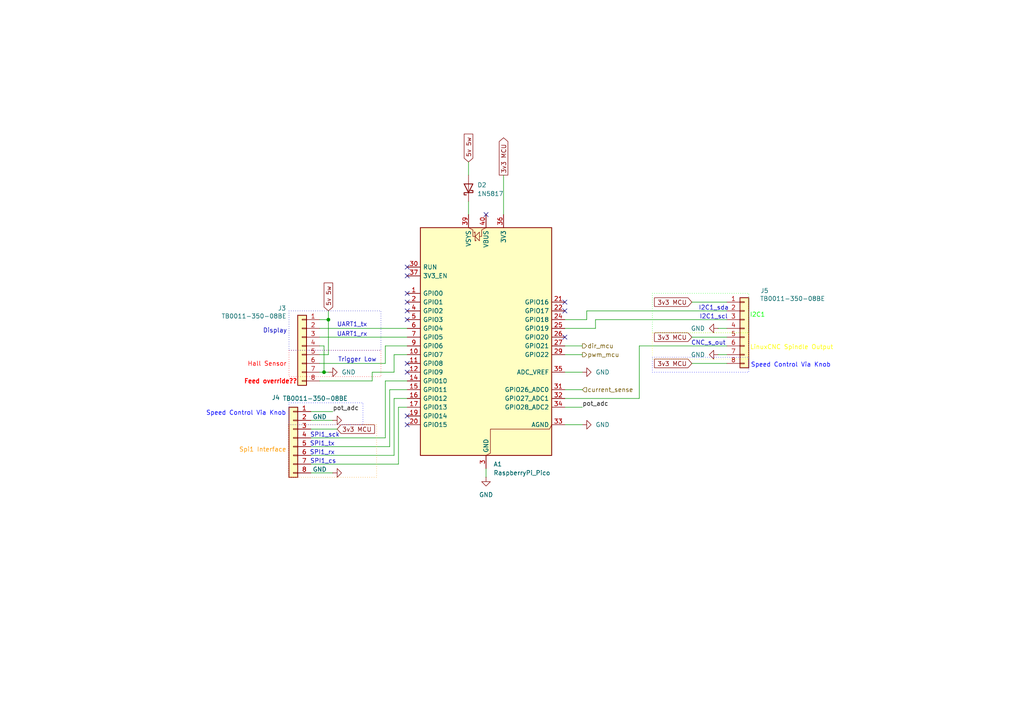
<source format=kicad_sch>
(kicad_sch
	(version 20250114)
	(generator "eeschema")
	(generator_version "9.0")
	(uuid "89d57df0-0fc1-4c0f-91ff-d7b2ad62daf8")
	(paper "A4")
	(lib_symbols
		(symbol "Connector_Generic:Conn_01x08"
			(pin_names
				(offset 1.016)
				(hide yes)
			)
			(exclude_from_sim no)
			(in_bom yes)
			(on_board yes)
			(property "Reference" "J"
				(at 0 10.16 0)
				(effects
					(font
						(size 1.27 1.27)
					)
				)
			)
			(property "Value" "Conn_01x08"
				(at 0 -12.7 0)
				(effects
					(font
						(size 1.27 1.27)
					)
				)
			)
			(property "Footprint" ""
				(at 0 0 0)
				(effects
					(font
						(size 1.27 1.27)
					)
					(hide yes)
				)
			)
			(property "Datasheet" "~"
				(at 0 0 0)
				(effects
					(font
						(size 1.27 1.27)
					)
					(hide yes)
				)
			)
			(property "Description" "Generic connector, single row, 01x08, script generated (kicad-library-utils/schlib/autogen/connector/)"
				(at 0 0 0)
				(effects
					(font
						(size 1.27 1.27)
					)
					(hide yes)
				)
			)
			(property "ki_keywords" "connector"
				(at 0 0 0)
				(effects
					(font
						(size 1.27 1.27)
					)
					(hide yes)
				)
			)
			(property "ki_fp_filters" "Connector*:*_1x??_*"
				(at 0 0 0)
				(effects
					(font
						(size 1.27 1.27)
					)
					(hide yes)
				)
			)
			(symbol "Conn_01x08_1_1"
				(rectangle
					(start -1.27 8.89)
					(end 1.27 -11.43)
					(stroke
						(width 0.254)
						(type default)
					)
					(fill
						(type background)
					)
				)
				(rectangle
					(start -1.27 7.747)
					(end 0 7.493)
					(stroke
						(width 0.1524)
						(type default)
					)
					(fill
						(type none)
					)
				)
				(rectangle
					(start -1.27 5.207)
					(end 0 4.953)
					(stroke
						(width 0.1524)
						(type default)
					)
					(fill
						(type none)
					)
				)
				(rectangle
					(start -1.27 2.667)
					(end 0 2.413)
					(stroke
						(width 0.1524)
						(type default)
					)
					(fill
						(type none)
					)
				)
				(rectangle
					(start -1.27 0.127)
					(end 0 -0.127)
					(stroke
						(width 0.1524)
						(type default)
					)
					(fill
						(type none)
					)
				)
				(rectangle
					(start -1.27 -2.413)
					(end 0 -2.667)
					(stroke
						(width 0.1524)
						(type default)
					)
					(fill
						(type none)
					)
				)
				(rectangle
					(start -1.27 -4.953)
					(end 0 -5.207)
					(stroke
						(width 0.1524)
						(type default)
					)
					(fill
						(type none)
					)
				)
				(rectangle
					(start -1.27 -7.493)
					(end 0 -7.747)
					(stroke
						(width 0.1524)
						(type default)
					)
					(fill
						(type none)
					)
				)
				(rectangle
					(start -1.27 -10.033)
					(end 0 -10.287)
					(stroke
						(width 0.1524)
						(type default)
					)
					(fill
						(type none)
					)
				)
				(pin passive line
					(at -5.08 7.62 0)
					(length 3.81)
					(name "Pin_1"
						(effects
							(font
								(size 1.27 1.27)
							)
						)
					)
					(number "1"
						(effects
							(font
								(size 1.27 1.27)
							)
						)
					)
				)
				(pin passive line
					(at -5.08 5.08 0)
					(length 3.81)
					(name "Pin_2"
						(effects
							(font
								(size 1.27 1.27)
							)
						)
					)
					(number "2"
						(effects
							(font
								(size 1.27 1.27)
							)
						)
					)
				)
				(pin passive line
					(at -5.08 2.54 0)
					(length 3.81)
					(name "Pin_3"
						(effects
							(font
								(size 1.27 1.27)
							)
						)
					)
					(number "3"
						(effects
							(font
								(size 1.27 1.27)
							)
						)
					)
				)
				(pin passive line
					(at -5.08 0 0)
					(length 3.81)
					(name "Pin_4"
						(effects
							(font
								(size 1.27 1.27)
							)
						)
					)
					(number "4"
						(effects
							(font
								(size 1.27 1.27)
							)
						)
					)
				)
				(pin passive line
					(at -5.08 -2.54 0)
					(length 3.81)
					(name "Pin_5"
						(effects
							(font
								(size 1.27 1.27)
							)
						)
					)
					(number "5"
						(effects
							(font
								(size 1.27 1.27)
							)
						)
					)
				)
				(pin passive line
					(at -5.08 -5.08 0)
					(length 3.81)
					(name "Pin_6"
						(effects
							(font
								(size 1.27 1.27)
							)
						)
					)
					(number "6"
						(effects
							(font
								(size 1.27 1.27)
							)
						)
					)
				)
				(pin passive line
					(at -5.08 -7.62 0)
					(length 3.81)
					(name "Pin_7"
						(effects
							(font
								(size 1.27 1.27)
							)
						)
					)
					(number "7"
						(effects
							(font
								(size 1.27 1.27)
							)
						)
					)
				)
				(pin passive line
					(at -5.08 -10.16 0)
					(length 3.81)
					(name "Pin_8"
						(effects
							(font
								(size 1.27 1.27)
							)
						)
					)
					(number "8"
						(effects
							(font
								(size 1.27 1.27)
							)
						)
					)
				)
			)
			(embedded_fonts no)
		)
		(symbol "Diode:1N5817"
			(pin_numbers
				(hide yes)
			)
			(pin_names
				(offset 1.016)
				(hide yes)
			)
			(exclude_from_sim no)
			(in_bom yes)
			(on_board yes)
			(property "Reference" "D"
				(at 0 2.54 0)
				(effects
					(font
						(size 1.27 1.27)
					)
				)
			)
			(property "Value" "1N5817"
				(at 0 -2.54 0)
				(effects
					(font
						(size 1.27 1.27)
					)
				)
			)
			(property "Footprint" "Diode_THT:D_DO-41_SOD81_P10.16mm_Horizontal"
				(at 0 -4.445 0)
				(effects
					(font
						(size 1.27 1.27)
					)
					(hide yes)
				)
			)
			(property "Datasheet" "http://www.vishay.com/docs/88525/1n5817.pdf"
				(at 0 0 0)
				(effects
					(font
						(size 1.27 1.27)
					)
					(hide yes)
				)
			)
			(property "Description" "20V 1A Schottky Barrier Rectifier Diode, DO-41"
				(at 0 0 0)
				(effects
					(font
						(size 1.27 1.27)
					)
					(hide yes)
				)
			)
			(property "ki_keywords" "diode Schottky"
				(at 0 0 0)
				(effects
					(font
						(size 1.27 1.27)
					)
					(hide yes)
				)
			)
			(property "ki_fp_filters" "D*DO?41*"
				(at 0 0 0)
				(effects
					(font
						(size 1.27 1.27)
					)
					(hide yes)
				)
			)
			(symbol "1N5817_0_1"
				(polyline
					(pts
						(xy -1.905 0.635) (xy -1.905 1.27) (xy -1.27 1.27) (xy -1.27 -1.27) (xy -0.635 -1.27) (xy -0.635 -0.635)
					)
					(stroke
						(width 0.254)
						(type default)
					)
					(fill
						(type none)
					)
				)
				(polyline
					(pts
						(xy 1.27 1.27) (xy 1.27 -1.27) (xy -1.27 0) (xy 1.27 1.27)
					)
					(stroke
						(width 0.254)
						(type default)
					)
					(fill
						(type none)
					)
				)
				(polyline
					(pts
						(xy 1.27 0) (xy -1.27 0)
					)
					(stroke
						(width 0)
						(type default)
					)
					(fill
						(type none)
					)
				)
			)
			(symbol "1N5817_1_1"
				(pin passive line
					(at -3.81 0 0)
					(length 2.54)
					(name "K"
						(effects
							(font
								(size 1.27 1.27)
							)
						)
					)
					(number "1"
						(effects
							(font
								(size 1.27 1.27)
							)
						)
					)
				)
				(pin passive line
					(at 3.81 0 180)
					(length 2.54)
					(name "A"
						(effects
							(font
								(size 1.27 1.27)
							)
						)
					)
					(number "2"
						(effects
							(font
								(size 1.27 1.27)
							)
						)
					)
				)
			)
			(embedded_fonts no)
		)
		(symbol "MCU_Module:RaspberryPi_Pico"
			(pin_names
				(offset 0.762)
			)
			(exclude_from_sim no)
			(in_bom yes)
			(on_board yes)
			(property "Reference" "A"
				(at -19.05 35.56 0)
				(effects
					(font
						(size 1.27 1.27)
					)
					(justify left)
				)
			)
			(property "Value" "RaspberryPi_Pico"
				(at 7.62 35.56 0)
				(effects
					(font
						(size 1.27 1.27)
					)
					(justify left)
				)
			)
			(property "Footprint" "Module:RaspberryPi_Pico_Common_Unspecified"
				(at 0 -46.99 0)
				(effects
					(font
						(size 1.27 1.27)
					)
					(hide yes)
				)
			)
			(property "Datasheet" "https://datasheets.raspberrypi.com/pico/pico-datasheet.pdf"
				(at 0 -49.53 0)
				(effects
					(font
						(size 1.27 1.27)
					)
					(hide yes)
				)
			)
			(property "Description" "Versatile and inexpensive microcontroller module powered by RP2040 dual-core Arm Cortex-M0+ processor up to 133 MHz, 264kB SRAM, 2MB QSPI flash; also supports Raspberry Pi Pico 2"
				(at 0 -52.07 0)
				(effects
					(font
						(size 1.27 1.27)
					)
					(hide yes)
				)
			)
			(property "ki_keywords" "RP2350A M33 RISC-V Hazard3 usb"
				(at 0 0 0)
				(effects
					(font
						(size 1.27 1.27)
					)
					(hide yes)
				)
			)
			(property "ki_fp_filters" "RaspberryPi?Pico?Common* RaspberryPi?Pico?SMD*"
				(at 0 0 0)
				(effects
					(font
						(size 1.27 1.27)
					)
					(hide yes)
				)
			)
			(symbol "RaspberryPi_Pico_0_1"
				(rectangle
					(start -19.05 34.29)
					(end 19.05 -31.75)
					(stroke
						(width 0.254)
						(type default)
					)
					(fill
						(type background)
					)
				)
				(polyline
					(pts
						(xy -5.08 34.29) (xy -3.81 33.655) (xy -3.81 31.75) (xy -3.175 31.75)
					)
					(stroke
						(width 0)
						(type default)
					)
					(fill
						(type none)
					)
				)
				(polyline
					(pts
						(xy -3.429 32.766) (xy -3.429 33.02) (xy -3.175 33.02) (xy -3.175 30.48) (xy -2.921 30.48) (xy -2.921 30.734)
					)
					(stroke
						(width 0)
						(type default)
					)
					(fill
						(type none)
					)
				)
				(polyline
					(pts
						(xy -3.175 31.75) (xy -1.905 33.02) (xy -1.905 30.48) (xy -3.175 31.75)
					)
					(stroke
						(width 0)
						(type default)
					)
					(fill
						(type none)
					)
				)
				(polyline
					(pts
						(xy 0 34.29) (xy -1.27 33.655) (xy -1.27 31.75) (xy -1.905 31.75)
					)
					(stroke
						(width 0)
						(type default)
					)
					(fill
						(type none)
					)
				)
				(polyline
					(pts
						(xy 0 -31.75) (xy 1.27 -31.115) (xy 1.27 -24.13) (xy 18.415 -24.13) (xy 19.05 -22.86)
					)
					(stroke
						(width 0)
						(type default)
					)
					(fill
						(type none)
					)
				)
			)
			(symbol "RaspberryPi_Pico_1_1"
				(pin passive line
					(at -22.86 22.86 0)
					(length 3.81)
					(name "RUN"
						(effects
							(font
								(size 1.27 1.27)
							)
						)
					)
					(number "30"
						(effects
							(font
								(size 1.27 1.27)
							)
						)
					)
					(alternate "~{RESET}" passive line)
				)
				(pin passive line
					(at -22.86 20.32 0)
					(length 3.81)
					(name "3V3_EN"
						(effects
							(font
								(size 1.27 1.27)
							)
						)
					)
					(number "37"
						(effects
							(font
								(size 1.27 1.27)
							)
						)
					)
					(alternate "~{3V3_DISABLE}" passive line)
				)
				(pin bidirectional line
					(at -22.86 15.24 0)
					(length 3.81)
					(name "GPIO0"
						(effects
							(font
								(size 1.27 1.27)
							)
						)
					)
					(number "1"
						(effects
							(font
								(size 1.27 1.27)
							)
						)
					)
					(alternate "I2C0_SDA" bidirectional line)
					(alternate "PWM0_A" output line)
					(alternate "SPI0_RX" input line)
					(alternate "UART0_TX" output line)
					(alternate "USB_OVCUR_DET" input line)
				)
				(pin bidirectional line
					(at -22.86 12.7 0)
					(length 3.81)
					(name "GPIO1"
						(effects
							(font
								(size 1.27 1.27)
							)
						)
					)
					(number "2"
						(effects
							(font
								(size 1.27 1.27)
							)
						)
					)
					(alternate "I2C0_SCL" bidirectional clock)
					(alternate "PWM0_B" bidirectional line)
					(alternate "UART0_RX" input line)
					(alternate "USB_VBUS_DET" passive line)
					(alternate "~{SPI0_CSn}" bidirectional line)
				)
				(pin bidirectional line
					(at -22.86 10.16 0)
					(length 3.81)
					(name "GPIO2"
						(effects
							(font
								(size 1.27 1.27)
							)
						)
					)
					(number "4"
						(effects
							(font
								(size 1.27 1.27)
							)
						)
					)
					(alternate "I2C1_SDA" bidirectional line)
					(alternate "PWM1_A" output line)
					(alternate "SPI0_SCK" bidirectional clock)
					(alternate "UART0_CTS" input line)
					(alternate "USB_VBUS_EN" output line)
				)
				(pin bidirectional line
					(at -22.86 7.62 0)
					(length 3.81)
					(name "GPIO3"
						(effects
							(font
								(size 1.27 1.27)
							)
						)
					)
					(number "5"
						(effects
							(font
								(size 1.27 1.27)
							)
						)
					)
					(alternate "I2C1_SCL" bidirectional clock)
					(alternate "PWM1_B" bidirectional line)
					(alternate "SPI0_TX" output line)
					(alternate "UART0_RTS" output line)
					(alternate "USB_OVCUR_DET" input line)
				)
				(pin bidirectional line
					(at -22.86 5.08 0)
					(length 3.81)
					(name "GPIO4"
						(effects
							(font
								(size 1.27 1.27)
							)
						)
					)
					(number "6"
						(effects
							(font
								(size 1.27 1.27)
							)
						)
					)
					(alternate "I2C0_SDA" bidirectional line)
					(alternate "PWM2_A" output line)
					(alternate "SPI0_RX" input line)
					(alternate "UART1_TX" output line)
					(alternate "USB_VBUS_DET" input line)
				)
				(pin bidirectional line
					(at -22.86 2.54 0)
					(length 3.81)
					(name "GPIO5"
						(effects
							(font
								(size 1.27 1.27)
							)
						)
					)
					(number "7"
						(effects
							(font
								(size 1.27 1.27)
							)
						)
					)
					(alternate "I2C0_SCL" bidirectional clock)
					(alternate "PWM2_B" bidirectional line)
					(alternate "UART1_RX" input line)
					(alternate "USB_VBUS_EN" output line)
					(alternate "~{SPI0_CSn}" bidirectional line)
				)
				(pin bidirectional line
					(at -22.86 0 0)
					(length 3.81)
					(name "GPIO6"
						(effects
							(font
								(size 1.27 1.27)
							)
						)
					)
					(number "9"
						(effects
							(font
								(size 1.27 1.27)
							)
						)
					)
					(alternate "I2C1_SDA" bidirectional line)
					(alternate "PWM3_A" output line)
					(alternate "SPI0_SCK" bidirectional clock)
					(alternate "UART1_CTS" input line)
					(alternate "USB_OVCUR_DET" input line)
				)
				(pin bidirectional line
					(at -22.86 -2.54 0)
					(length 3.81)
					(name "GPIO7"
						(effects
							(font
								(size 1.27 1.27)
							)
						)
					)
					(number "10"
						(effects
							(font
								(size 1.27 1.27)
							)
						)
					)
					(alternate "I2C1_SCL" bidirectional clock)
					(alternate "PWM3_B" bidirectional line)
					(alternate "SPI0_TX" output line)
					(alternate "UART1_RTS" output line)
					(alternate "USB_VBUS_DET" input line)
				)
				(pin bidirectional line
					(at -22.86 -5.08 0)
					(length 3.81)
					(name "GPIO8"
						(effects
							(font
								(size 1.27 1.27)
							)
						)
					)
					(number "11"
						(effects
							(font
								(size 1.27 1.27)
							)
						)
					)
					(alternate "I2C0_SDA" bidirectional line)
					(alternate "PWM4_A" output line)
					(alternate "SPI1_RX" input line)
					(alternate "UART1_TX" output line)
					(alternate "USB_VBUS_EN" output line)
				)
				(pin bidirectional line
					(at -22.86 -7.62 0)
					(length 3.81)
					(name "GPIO9"
						(effects
							(font
								(size 1.27 1.27)
							)
						)
					)
					(number "12"
						(effects
							(font
								(size 1.27 1.27)
							)
						)
					)
					(alternate "I2C0_SCL" bidirectional clock)
					(alternate "PWM4_B" bidirectional line)
					(alternate "UART1_RX" input line)
					(alternate "USB_OVCUR_DET" input line)
					(alternate "~{SPI1_CSn}" bidirectional line)
				)
				(pin bidirectional line
					(at -22.86 -10.16 0)
					(length 3.81)
					(name "GPIO10"
						(effects
							(font
								(size 1.27 1.27)
							)
						)
					)
					(number "14"
						(effects
							(font
								(size 1.27 1.27)
							)
						)
					)
					(alternate "I2C1_SDA" bidirectional line)
					(alternate "PWM5_A" output line)
					(alternate "SPI1_SCK" bidirectional clock)
					(alternate "UART1_CTS" input line)
					(alternate "USB_VBUS_DET" input line)
				)
				(pin bidirectional line
					(at -22.86 -12.7 0)
					(length 3.81)
					(name "GPIO11"
						(effects
							(font
								(size 1.27 1.27)
							)
						)
					)
					(number "15"
						(effects
							(font
								(size 1.27 1.27)
							)
						)
					)
					(alternate "I2C1_SCL" bidirectional clock)
					(alternate "PWM5_B" bidirectional line)
					(alternate "SPI1_TX" output line)
					(alternate "UART1_RTS" output line)
					(alternate "USB_VBUS_EN" output line)
				)
				(pin bidirectional line
					(at -22.86 -15.24 0)
					(length 3.81)
					(name "GPIO12"
						(effects
							(font
								(size 1.27 1.27)
							)
						)
					)
					(number "16"
						(effects
							(font
								(size 1.27 1.27)
							)
						)
					)
					(alternate "I2C0_SDA" bidirectional line)
					(alternate "PWM6_A" output line)
					(alternate "SPI1_RX" input line)
					(alternate "UART0_TX" output line)
					(alternate "USB_OVCUR_DET" input line)
				)
				(pin bidirectional line
					(at -22.86 -17.78 0)
					(length 3.81)
					(name "GPIO13"
						(effects
							(font
								(size 1.27 1.27)
							)
						)
					)
					(number "17"
						(effects
							(font
								(size 1.27 1.27)
							)
						)
					)
					(alternate "I2C0_SCL" bidirectional clock)
					(alternate "PWM6_B" bidirectional line)
					(alternate "UART0_RX" input line)
					(alternate "USB_VBUS_DET" input line)
					(alternate "~{SPI1_CSn}" bidirectional line)
				)
				(pin bidirectional line
					(at -22.86 -20.32 0)
					(length 3.81)
					(name "GPIO14"
						(effects
							(font
								(size 1.27 1.27)
							)
						)
					)
					(number "19"
						(effects
							(font
								(size 1.27 1.27)
							)
						)
					)
					(alternate "I2C1_SDA" bidirectional line)
					(alternate "PWM7_A" output line)
					(alternate "SPI1_SCK" bidirectional clock)
					(alternate "UART0_CTS" input line)
					(alternate "USB_VBUS_EN" output line)
				)
				(pin bidirectional line
					(at -22.86 -22.86 0)
					(length 3.81)
					(name "GPIO15"
						(effects
							(font
								(size 1.27 1.27)
							)
						)
					)
					(number "20"
						(effects
							(font
								(size 1.27 1.27)
							)
						)
					)
					(alternate "I2C1_SCL" bidirectional clock)
					(alternate "PWM7_B" bidirectional line)
					(alternate "SPI1_TX" output line)
					(alternate "UART0_RTS" output line)
					(alternate "USB_OVCUR_DET" input line)
				)
				(pin power_in line
					(at -5.08 38.1 270)
					(length 3.81)
					(name "VSYS"
						(effects
							(font
								(size 1.27 1.27)
							)
						)
					)
					(number "39"
						(effects
							(font
								(size 1.27 1.27)
							)
						)
					)
					(alternate "VSYS_OUT" power_out line)
				)
				(pin power_out line
					(at 0 38.1 270)
					(length 3.81)
					(name "VBUS"
						(effects
							(font
								(size 1.27 1.27)
							)
						)
					)
					(number "40"
						(effects
							(font
								(size 1.27 1.27)
							)
						)
					)
					(alternate "VBUS_IN" power_in line)
				)
				(pin passive line
					(at 0 -35.56 90)
					(length 3.81)
					(hide yes)
					(name "GND"
						(effects
							(font
								(size 1.27 1.27)
							)
						)
					)
					(number "13"
						(effects
							(font
								(size 1.27 1.27)
							)
						)
					)
				)
				(pin passive line
					(at 0 -35.56 90)
					(length 3.81)
					(hide yes)
					(name "GND"
						(effects
							(font
								(size 1.27 1.27)
							)
						)
					)
					(number "18"
						(effects
							(font
								(size 1.27 1.27)
							)
						)
					)
				)
				(pin passive line
					(at 0 -35.56 90)
					(length 3.81)
					(hide yes)
					(name "GND"
						(effects
							(font
								(size 1.27 1.27)
							)
						)
					)
					(number "23"
						(effects
							(font
								(size 1.27 1.27)
							)
						)
					)
				)
				(pin passive line
					(at 0 -35.56 90)
					(length 3.81)
					(hide yes)
					(name "GND"
						(effects
							(font
								(size 1.27 1.27)
							)
						)
					)
					(number "28"
						(effects
							(font
								(size 1.27 1.27)
							)
						)
					)
				)
				(pin power_out line
					(at 0 -35.56 90)
					(length 3.81)
					(name "GND"
						(effects
							(font
								(size 1.27 1.27)
							)
						)
					)
					(number "3"
						(effects
							(font
								(size 1.27 1.27)
							)
						)
					)
					(alternate "GND_IN" power_in line)
				)
				(pin passive line
					(at 0 -35.56 90)
					(length 3.81)
					(hide yes)
					(name "GND"
						(effects
							(font
								(size 1.27 1.27)
							)
						)
					)
					(number "38"
						(effects
							(font
								(size 1.27 1.27)
							)
						)
					)
				)
				(pin passive line
					(at 0 -35.56 90)
					(length 3.81)
					(hide yes)
					(name "GND"
						(effects
							(font
								(size 1.27 1.27)
							)
						)
					)
					(number "8"
						(effects
							(font
								(size 1.27 1.27)
							)
						)
					)
				)
				(pin power_out line
					(at 5.08 38.1 270)
					(length 3.81)
					(name "3V3"
						(effects
							(font
								(size 1.27 1.27)
							)
						)
					)
					(number "36"
						(effects
							(font
								(size 1.27 1.27)
							)
						)
					)
				)
				(pin bidirectional line
					(at 22.86 12.7 180)
					(length 3.81)
					(name "GPIO16"
						(effects
							(font
								(size 1.27 1.27)
							)
						)
					)
					(number "21"
						(effects
							(font
								(size 1.27 1.27)
							)
						)
					)
					(alternate "I2C0_SDA" bidirectional line)
					(alternate "PWM0_A" output line)
					(alternate "SPI0_RX" input line)
					(alternate "UART0_TX" output line)
					(alternate "USB_VBUS_DET" input line)
				)
				(pin bidirectional line
					(at 22.86 10.16 180)
					(length 3.81)
					(name "GPIO17"
						(effects
							(font
								(size 1.27 1.27)
							)
						)
					)
					(number "22"
						(effects
							(font
								(size 1.27 1.27)
							)
						)
					)
					(alternate "I2C0_SCL" bidirectional clock)
					(alternate "PWM0_B" bidirectional line)
					(alternate "UART0_RX" input line)
					(alternate "USB_VBUS_EN" output line)
					(alternate "~{SPI0_CSn}" bidirectional line)
				)
				(pin bidirectional line
					(at 22.86 7.62 180)
					(length 3.81)
					(name "GPIO18"
						(effects
							(font
								(size 1.27 1.27)
							)
						)
					)
					(number "24"
						(effects
							(font
								(size 1.27 1.27)
							)
						)
					)
					(alternate "I2C1_SDA" bidirectional line)
					(alternate "PWM1_A" output line)
					(alternate "SPI0_SCK" bidirectional clock)
					(alternate "UART0_CTS" input line)
					(alternate "USB_OVCUR_DET" input line)
				)
				(pin bidirectional line
					(at 22.86 5.08 180)
					(length 3.81)
					(name "GPIO19"
						(effects
							(font
								(size 1.27 1.27)
							)
						)
					)
					(number "25"
						(effects
							(font
								(size 1.27 1.27)
							)
						)
					)
					(alternate "I2C1_SCL" bidirectional clock)
					(alternate "PWM1_B" bidirectional line)
					(alternate "SPI0_TX" output line)
					(alternate "UART0_RTS" output line)
					(alternate "USB_VBUS_DET" input line)
				)
				(pin bidirectional line
					(at 22.86 2.54 180)
					(length 3.81)
					(name "GPIO20"
						(effects
							(font
								(size 1.27 1.27)
							)
						)
					)
					(number "26"
						(effects
							(font
								(size 1.27 1.27)
							)
						)
					)
					(alternate "CLOCK_GPIN0" input clock)
					(alternate "I2C0_SDA" bidirectional line)
					(alternate "PWM2_A" output line)
					(alternate "SPI0_RX" input line)
					(alternate "UART1_TX" output line)
					(alternate "USB_VBUS_EN" output line)
				)
				(pin bidirectional line
					(at 22.86 0 180)
					(length 3.81)
					(name "GPIO21"
						(effects
							(font
								(size 1.27 1.27)
							)
						)
					)
					(number "27"
						(effects
							(font
								(size 1.27 1.27)
							)
						)
					)
					(alternate "CLOCK_GPOUT0" output clock)
					(alternate "I2C0_SCL" bidirectional clock)
					(alternate "PWM2_B" bidirectional line)
					(alternate "UART1_RX" input line)
					(alternate "USB_OVCUR_DET" input line)
					(alternate "~{SPI0_CSn}" bidirectional line)
				)
				(pin bidirectional line
					(at 22.86 -2.54 180)
					(length 3.81)
					(name "GPIO22"
						(effects
							(font
								(size 1.27 1.27)
							)
						)
					)
					(number "29"
						(effects
							(font
								(size 1.27 1.27)
							)
						)
					)
					(alternate "CLOCK_GPIN1" input clock)
					(alternate "I2C1_SDA" bidirectional line)
					(alternate "PWM3_A" output line)
					(alternate "SPI0_SCK" bidirectional clock)
					(alternate "UART1_CTS" input line)
					(alternate "USB_VBUS_DET" input line)
				)
				(pin power_in line
					(at 22.86 -7.62 180)
					(length 3.81)
					(name "ADC_VREF"
						(effects
							(font
								(size 1.27 1.27)
							)
						)
					)
					(number "35"
						(effects
							(font
								(size 1.27 1.27)
							)
						)
					)
				)
				(pin bidirectional line
					(at 22.86 -12.7 180)
					(length 3.81)
					(name "GPIO26_ADC0"
						(effects
							(font
								(size 1.27 1.27)
							)
						)
					)
					(number "31"
						(effects
							(font
								(size 1.27 1.27)
							)
						)
					)
					(alternate "ADC0" input line)
					(alternate "GPIO26" bidirectional line)
					(alternate "I2C1_SDA" bidirectional line)
					(alternate "PWM5_A" output line)
					(alternate "SPI1_SCK" bidirectional clock)
					(alternate "UART1_CTS" input line)
					(alternate "USB_VBUS_EN" output line)
				)
				(pin bidirectional line
					(at 22.86 -15.24 180)
					(length 3.81)
					(name "GPIO27_ADC1"
						(effects
							(font
								(size 1.27 1.27)
							)
						)
					)
					(number "32"
						(effects
							(font
								(size 1.27 1.27)
							)
						)
					)
					(alternate "ADC1" input line)
					(alternate "GPIO27" bidirectional line)
					(alternate "I2C1_SCL" bidirectional clock)
					(alternate "PWM5_B" bidirectional line)
					(alternate "SPI1_TX" output line)
					(alternate "UART1_RTS" output line)
					(alternate "USB_OVCUR_DET" input line)
				)
				(pin bidirectional line
					(at 22.86 -17.78 180)
					(length 3.81)
					(name "GPIO28_ADC2"
						(effects
							(font
								(size 1.27 1.27)
							)
						)
					)
					(number "34"
						(effects
							(font
								(size 1.27 1.27)
							)
						)
					)
					(alternate "ADC2" input line)
					(alternate "GPIO28" bidirectional line)
					(alternate "I2C0_SDA" bidirectional line)
					(alternate "PWM6_A" output line)
					(alternate "SPI1_RX" input line)
					(alternate "UART0_TX" output line)
					(alternate "USB_VBUS_DET" input line)
				)
				(pin power_out line
					(at 22.86 -22.86 180)
					(length 3.81)
					(name "AGND"
						(effects
							(font
								(size 1.27 1.27)
							)
						)
					)
					(number "33"
						(effects
							(font
								(size 1.27 1.27)
							)
						)
					)
					(alternate "GND" passive line)
				)
			)
			(embedded_fonts no)
		)
		(symbol "power:GND"
			(power)
			(pin_numbers
				(hide yes)
			)
			(pin_names
				(offset 0)
				(hide yes)
			)
			(exclude_from_sim no)
			(in_bom yes)
			(on_board yes)
			(property "Reference" "#PWR"
				(at 0 -6.35 0)
				(effects
					(font
						(size 1.27 1.27)
					)
					(hide yes)
				)
			)
			(property "Value" "GND"
				(at 0 -3.81 0)
				(effects
					(font
						(size 1.27 1.27)
					)
				)
			)
			(property "Footprint" ""
				(at 0 0 0)
				(effects
					(font
						(size 1.27 1.27)
					)
					(hide yes)
				)
			)
			(property "Datasheet" ""
				(at 0 0 0)
				(effects
					(font
						(size 1.27 1.27)
					)
					(hide yes)
				)
			)
			(property "Description" "Power symbol creates a global label with name \"GND\" , ground"
				(at 0 0 0)
				(effects
					(font
						(size 1.27 1.27)
					)
					(hide yes)
				)
			)
			(property "ki_keywords" "global power"
				(at 0 0 0)
				(effects
					(font
						(size 1.27 1.27)
					)
					(hide yes)
				)
			)
			(symbol "GND_0_1"
				(polyline
					(pts
						(xy 0 0) (xy 0 -1.27) (xy 1.27 -1.27) (xy 0 -2.54) (xy -1.27 -1.27) (xy 0 -1.27)
					)
					(stroke
						(width 0)
						(type default)
					)
					(fill
						(type none)
					)
				)
			)
			(symbol "GND_1_1"
				(pin power_in line
					(at 0 0 270)
					(length 0)
					(name "~"
						(effects
							(font
								(size 1.27 1.27)
							)
						)
					)
					(number "1"
						(effects
							(font
								(size 1.27 1.27)
							)
						)
					)
				)
			)
			(embedded_fonts no)
		)
	)
	(rectangle
		(start 83.82 90.17)
		(end 110.49 101.6)
		(stroke
			(width 0)
			(type dot)
		)
		(fill
			(type none)
		)
		(uuid 0ff6dc55-29f8-4c33-99e2-16017ab2f250)
	)
	(rectangle
		(start 83.82 116.84)
		(end 105.273 123.19)
		(stroke
			(width 0)
			(type dot)
			(color 0 0 255 1)
		)
		(fill
			(type none)
		)
		(uuid 31527b8f-9c1e-4435-9703-d399c9643063)
	)
	(rectangle
		(start 189.23 85.09)
		(end 217.17 96.52)
		(stroke
			(width 0)
			(type dot)
			(color 0 255 0 1)
		)
		(fill
			(type none)
		)
		(uuid 34cd8bda-f036-4f4b-8dff-242f9485ea72)
	)
	(rectangle
		(start 189.23 103.632)
		(end 217.17 107.95)
		(stroke
			(width 0)
			(type dot)
			(color 0 0 255 1)
		)
		(fill
			(type none)
		)
		(uuid 9798028a-2d72-4ef2-842f-eccefa9d42fd)
	)
	(rectangle
		(start 83.82 101.6)
		(end 110.49 109.22)
		(stroke
			(width 0)
			(type dot)
			(color 255 0 0 1)
		)
		(fill
			(type none)
		)
		(uuid 98957953-5459-424e-804c-c00d7da08ff7)
	)
	(rectangle
		(start 83.566 123.19)
		(end 109.22 138.43)
		(stroke
			(width 0)
			(type dot)
			(color 255 153 0 1)
		)
		(fill
			(type none)
		)
		(uuid d4ee81da-be1c-4d00-837c-d8e5b6db8368)
	)
	(rectangle
		(start 189.23 96.52)
		(end 217.17 104.14)
		(stroke
			(width 0)
			(type dot)
			(color 255 255 0 1)
		)
		(fill
			(type none)
		)
		(uuid f456fa3a-868f-48fe-8456-5ef1d43bab45)
	)
	(text "Hall Sensor"
		(exclude_from_sim no)
		(at 77.47 105.664 0)
		(effects
			(font
				(size 1.27 1.27)
				(color 255 0 0 1)
			)
		)
		(uuid "0137f798-a770-452f-b07a-bab80eb988c2")
	)
	(text "UART1_tx"
		(exclude_from_sim no)
		(at 102.108 94.234 0)
		(effects
			(font
				(size 1.27 1.27)
			)
		)
		(uuid "051c0b60-fada-4138-b654-903d0050ede7")
	)
	(text "SPI1_rx"
		(exclude_from_sim no)
		(at 93.472 131.318 0)
		(effects
			(font
				(size 1.27 1.27)
			)
		)
		(uuid "3ec44305-b0b8-4832-bfd5-86b608dbba34")
	)
	(text "Speed Control Via Knob"
		(exclude_from_sim no)
		(at 229.362 105.918 0)
		(effects
			(font
				(size 1.27 1.27)
				(color 0 0 255 1)
			)
		)
		(uuid "573da2d6-975e-417c-8425-f65ba4ec66ea")
	)
	(text "UART1_rx"
		(exclude_from_sim no)
		(at 102.108 97.028 0)
		(effects
			(font
				(size 1.27 1.27)
			)
		)
		(uuid "58464518-3ee2-44fe-8eb0-633084057a22")
	)
	(text "Display"
		(exclude_from_sim no)
		(at 79.756 96.012 0)
		(effects
			(font
				(size 1.27 1.27)
			)
		)
		(uuid "6032e6f6-b0f7-4247-9d19-0cf5c4a0170a")
	)
	(text "CNC_s_out"
		(exclude_from_sim no)
		(at 205.486 99.568 0)
		(effects
			(font
				(size 1.27 1.27)
			)
		)
		(uuid "6999e706-19cf-431b-8874-e90444e51d82")
	)
	(text "SPI1_tx"
		(exclude_from_sim no)
		(at 93.472 128.778 0)
		(effects
			(font
				(size 1.27 1.27)
			)
		)
		(uuid "813b5632-6057-4ac9-a1b9-7df33e240899")
	)
	(text "Trigger Low"
		(exclude_from_sim no)
		(at 103.632 104.394 0)
		(effects
			(font
				(size 1.27 1.27)
			)
		)
		(uuid "92624743-26be-422f-ab04-a27f8ed2f0ae")
	)
	(text "SPI1_cs"
		(exclude_from_sim no)
		(at 93.726 133.858 0)
		(effects
			(font
				(size 1.27 1.27)
			)
		)
		(uuid "a1605da6-6363-49a3-9db6-98c3bcb157b1")
	)
	(text "Spi1 Interface"
		(exclude_from_sim no)
		(at 76.2 130.556 0)
		(effects
			(font
				(size 1.27 1.27)
				(color 255 153 0 1)
			)
		)
		(uuid "a843dc86-0c60-4313-9866-c685ca7ef4bf")
	)
	(text "Speed Control Via Knob"
		(exclude_from_sim no)
		(at 71.374 119.888 0)
		(effects
			(font
				(size 1.27 1.27)
				(color 0 0 255 1)
			)
		)
		(uuid "cb066559-7eec-424a-b9ef-14f268087b68")
	)
	(text "SPI1_sck"
		(exclude_from_sim no)
		(at 94.234 126.238 0)
		(effects
			(font
				(size 1.27 1.27)
			)
		)
		(uuid "cefa8eb8-0e02-4424-b353-934b6c11dc15")
	)
	(text "Feed override??"
		(exclude_from_sim no)
		(at 78.486 110.744 0)
		(effects
			(font
				(size 1.27 1.27)
				(thickness 0.254)
				(bold yes)
				(color 255 0 0 1)
			)
		)
		(uuid "db4e5e14-880f-48b2-a87c-a09cd7b2314b")
	)
	(text "LinuxCNC Spindle Output"
		(exclude_from_sim no)
		(at 229.616 100.838 0)
		(effects
			(font
				(size 1.27 1.27)
				(color 255 255 0 1)
			)
		)
		(uuid "e24237ee-68da-444d-97ef-2afb24caff6e")
	)
	(text "I2C1_scl"
		(exclude_from_sim no)
		(at 207.01 91.948 0)
		(effects
			(font
				(size 1.27 1.27)
			)
		)
		(uuid "e81f702e-6f58-45f7-a84a-60874d63d204")
	)
	(text "I2C1"
		(exclude_from_sim no)
		(at 219.71 91.44 0)
		(effects
			(font
				(size 1.27 1.27)
				(color 0 255 0 1)
			)
		)
		(uuid "f2c9b9b1-a711-444d-8ee7-e80e52e51cda")
	)
	(text "I2C1_sda"
		(exclude_from_sim no)
		(at 207.01 89.408 0)
		(effects
			(font
				(size 1.27 1.27)
			)
		)
		(uuid "fc91f4be-77b9-4026-81fa-c0249af86aa1")
	)
	(junction
		(at 95.25 92.71)
		(diameter 0)
		(color 0 0 0 0)
		(uuid "272190d1-1fa5-43b6-8b67-1604ae407af5")
	)
	(junction
		(at 93.98 107.95)
		(diameter 0)
		(color 0 0 0 0)
		(uuid "f20f935c-2394-42ad-b030-bfa75d83e858")
	)
	(no_connect
		(at 118.11 80.01)
		(uuid "10573d8c-34b1-4cd6-b8ea-3b639fc82022")
	)
	(no_connect
		(at 163.83 90.17)
		(uuid "41708556-f282-4a54-8539-d36c314079d9")
	)
	(no_connect
		(at 118.11 123.19)
		(uuid "52d46019-4e39-4741-a4f7-d94bd1df1e4f")
	)
	(no_connect
		(at 118.11 120.65)
		(uuid "58ec2823-70cd-4b58-91c7-b3a45b37ec11")
	)
	(no_connect
		(at 118.11 92.71)
		(uuid "5b8bc8f1-0ff8-4ef0-aea1-bb96f638bb64")
	)
	(no_connect
		(at 118.11 87.63)
		(uuid "639479c7-8b98-4f54-a43b-8eb8d21753d3")
	)
	(no_connect
		(at 118.11 107.95)
		(uuid "7599bd69-ee03-4642-b32e-2ce954047833")
	)
	(no_connect
		(at 118.11 90.17)
		(uuid "77786bf9-131c-473f-9944-a6d8499876e0")
	)
	(no_connect
		(at 118.11 77.47)
		(uuid "80e1acdf-7971-42f5-b40d-3f9ffebe8297")
	)
	(no_connect
		(at 118.11 105.41)
		(uuid "9ae4a927-ff42-48e7-8033-f36d70d639ec")
	)
	(no_connect
		(at 140.97 62.23)
		(uuid "b0b5ef1a-41a5-4222-96f7-2aae4cda2f31")
	)
	(no_connect
		(at 163.83 87.63)
		(uuid "e1f26030-d033-467a-94a0-369a06c8f8cc")
	)
	(no_connect
		(at 163.83 97.79)
		(uuid "efe46b6c-7c61-411c-948d-1da93b656344")
	)
	(no_connect
		(at 118.11 85.09)
		(uuid "fe52008a-aff6-4a00-95b4-8a1eade47ea5")
	)
	(wire
		(pts
			(xy 92.71 100.33) (xy 93.98 100.33)
		)
		(stroke
			(width 0)
			(type default)
		)
		(uuid "0917d72c-37a8-4604-a2a3-9a68111c586f")
	)
	(wire
		(pts
			(xy 135.89 58.42) (xy 135.89 62.23)
		)
		(stroke
			(width 0)
			(type default)
		)
		(uuid "0b593c6c-6f43-4dd1-965a-8fd658001667")
	)
	(wire
		(pts
			(xy 111.76 100.33) (xy 111.76 105.41)
		)
		(stroke
			(width 0)
			(type default)
		)
		(uuid "0c190aa5-0c46-4700-9087-19679c5513f7")
	)
	(wire
		(pts
			(xy 208.28 95.25) (xy 210.82 95.25)
		)
		(stroke
			(width 0)
			(type default)
		)
		(uuid "0f0f20a6-84b5-4e07-a32a-a03696f80714")
	)
	(wire
		(pts
			(xy 163.83 100.33) (xy 168.91 100.33)
		)
		(stroke
			(width 0)
			(type default)
		)
		(uuid "1527d85e-1b73-42a4-8c0d-5bb0de777f07")
	)
	(wire
		(pts
			(xy 92.71 97.79) (xy 118.11 97.79)
		)
		(stroke
			(width 0)
			(type default)
		)
		(uuid "18ce8f0b-2cb4-4ca2-8f98-2ddeddd449a9")
	)
	(wire
		(pts
			(xy 172.72 92.71) (xy 210.82 92.71)
		)
		(stroke
			(width 0)
			(type default)
		)
		(uuid "1b006b4a-511d-4d30-8e36-9b9632de3dc7")
	)
	(wire
		(pts
			(xy 200.66 87.63) (xy 210.82 87.63)
		)
		(stroke
			(width 0)
			(type default)
		)
		(uuid "27418b9c-1925-4323-9df4-ee4b423532f6")
	)
	(wire
		(pts
			(xy 95.25 92.71) (xy 95.25 102.87)
		)
		(stroke
			(width 0)
			(type default)
		)
		(uuid "285419cb-4860-49e1-817c-1c16f4bd04bf")
	)
	(wire
		(pts
			(xy 93.98 100.33) (xy 93.98 107.95)
		)
		(stroke
			(width 0)
			(type default)
		)
		(uuid "2954ad91-0460-4a5a-afdc-00e8e355f2f7")
	)
	(wire
		(pts
			(xy 170.18 92.71) (xy 170.18 90.17)
		)
		(stroke
			(width 0)
			(type default)
		)
		(uuid "2fb4787a-ce3d-4506-84a4-4af62a0b7add")
	)
	(wire
		(pts
			(xy 92.71 110.49) (xy 107.95 110.49)
		)
		(stroke
			(width 0)
			(type default)
		)
		(uuid "31fa567c-dce0-483f-b0b4-ba68a76a904f")
	)
	(wire
		(pts
			(xy 163.83 115.57) (xy 185.42 115.57)
		)
		(stroke
			(width 0)
			(type default)
		)
		(uuid "369cf783-9ae0-438d-b277-5e12d92c771e")
	)
	(wire
		(pts
			(xy 95.25 107.95) (xy 93.98 107.95)
		)
		(stroke
			(width 0)
			(type default)
		)
		(uuid "403d00fe-126f-4371-ba5d-2753c0c45f57")
	)
	(wire
		(pts
			(xy 90.17 119.38) (xy 96.52 119.38)
		)
		(stroke
			(width 0)
			(type default)
		)
		(uuid "42154db9-0c80-4583-ab0d-8daf2a322296")
	)
	(wire
		(pts
			(xy 90.17 137.16) (xy 96.52 137.16)
		)
		(stroke
			(width 0)
			(type default)
		)
		(uuid "422d5579-d335-43c0-b09b-a63be1062e64")
	)
	(wire
		(pts
			(xy 200.66 105.41) (xy 210.82 105.41)
		)
		(stroke
			(width 0)
			(type default)
		)
		(uuid "422ed4db-0d31-46b6-80a9-638d40ea0bd0")
	)
	(wire
		(pts
			(xy 111.76 127) (xy 111.76 110.49)
		)
		(stroke
			(width 0)
			(type default)
		)
		(uuid "443c6d1f-f2d0-4053-ba38-2f1186c9838b")
	)
	(wire
		(pts
			(xy 114.3 132.08) (xy 114.3 115.57)
		)
		(stroke
			(width 0)
			(type default)
		)
		(uuid "4db6e24a-9b72-4d31-84f2-ee51a53e28e5")
	)
	(wire
		(pts
			(xy 185.42 100.33) (xy 210.82 100.33)
		)
		(stroke
			(width 0)
			(type default)
		)
		(uuid "56990604-1e6f-4c39-bbad-462b71b108a0")
	)
	(wire
		(pts
			(xy 172.72 95.25) (xy 172.72 92.71)
		)
		(stroke
			(width 0)
			(type default)
		)
		(uuid "5a905e06-9fb6-46df-a88e-57f2fb06a83f")
	)
	(wire
		(pts
			(xy 95.25 90.17) (xy 95.25 92.71)
		)
		(stroke
			(width 0)
			(type default)
		)
		(uuid "5f1951d0-abba-4e63-87f7-cdb25dfe0871")
	)
	(wire
		(pts
			(xy 208.28 102.87) (xy 210.82 102.87)
		)
		(stroke
			(width 0)
			(type default)
		)
		(uuid "73c9cd12-938e-48ae-878a-643146494f51")
	)
	(wire
		(pts
			(xy 113.03 113.03) (xy 118.11 113.03)
		)
		(stroke
			(width 0)
			(type default)
		)
		(uuid "7447163f-fcf2-4f4a-9f42-535e2ae8e1aa")
	)
	(wire
		(pts
			(xy 163.83 107.95) (xy 168.91 107.95)
		)
		(stroke
			(width 0)
			(type default)
		)
		(uuid "77c51a2d-97cd-4c6e-9bcf-3de61e36ec6a")
	)
	(wire
		(pts
			(xy 114.3 115.57) (xy 118.11 115.57)
		)
		(stroke
			(width 0)
			(type default)
		)
		(uuid "78679828-899e-4268-8cea-f3cf2056c762")
	)
	(wire
		(pts
			(xy 135.89 46.99) (xy 135.89 50.8)
		)
		(stroke
			(width 0)
			(type default)
		)
		(uuid "8f89026a-1b0b-4fdb-b99b-c9759341907a")
	)
	(wire
		(pts
			(xy 163.83 95.25) (xy 172.72 95.25)
		)
		(stroke
			(width 0)
			(type default)
		)
		(uuid "9580a91c-336b-4ad4-bc02-9e7f754fb784")
	)
	(wire
		(pts
			(xy 90.17 132.08) (xy 114.3 132.08)
		)
		(stroke
			(width 0)
			(type default)
		)
		(uuid "95be40dd-797d-4200-9391-90e08e83544d")
	)
	(wire
		(pts
			(xy 107.95 110.49) (xy 107.95 107.95)
		)
		(stroke
			(width 0)
			(type default)
		)
		(uuid "96912f21-87d1-4070-a7e8-a09360d7d10b")
	)
	(wire
		(pts
			(xy 114.3 107.95) (xy 114.3 102.87)
		)
		(stroke
			(width 0)
			(type default)
		)
		(uuid "a151bb94-11cc-4c39-a7c1-ea9e2e604447")
	)
	(wire
		(pts
			(xy 200.66 97.79) (xy 210.82 97.79)
		)
		(stroke
			(width 0)
			(type default)
		)
		(uuid "a76992ad-993d-4315-9010-154dada73c28")
	)
	(wire
		(pts
			(xy 163.83 102.87) (xy 168.91 102.87)
		)
		(stroke
			(width 0)
			(type default)
		)
		(uuid "a92d2fc3-c021-42a3-8078-4bee0ec9b48b")
	)
	(wire
		(pts
			(xy 90.17 127) (xy 111.76 127)
		)
		(stroke
			(width 0)
			(type default)
		)
		(uuid "b7525005-83c9-40ee-bae0-d2c1d540c87f")
	)
	(wire
		(pts
			(xy 90.17 121.92) (xy 96.52 121.92)
		)
		(stroke
			(width 0)
			(type default)
		)
		(uuid "c27d5b3d-3d22-4c40-8e49-8736137739c5")
	)
	(wire
		(pts
			(xy 140.97 135.89) (xy 140.97 138.43)
		)
		(stroke
			(width 0)
			(type default)
		)
		(uuid "c2965ab3-c900-4e52-baf1-176fab41e9fb")
	)
	(wire
		(pts
			(xy 92.71 107.95) (xy 93.98 107.95)
		)
		(stroke
			(width 0)
			(type default)
		)
		(uuid "ca120912-edd0-4634-a838-10cd35712402")
	)
	(wire
		(pts
			(xy 185.42 115.57) (xy 185.42 100.33)
		)
		(stroke
			(width 0)
			(type default)
		)
		(uuid "cad435cc-e2f7-4683-bc3c-88e0a41be399")
	)
	(wire
		(pts
			(xy 146.05 50.8) (xy 146.05 62.23)
		)
		(stroke
			(width 0)
			(type default)
		)
		(uuid "ccb55449-393c-470f-be29-731088627258")
	)
	(wire
		(pts
			(xy 92.71 102.87) (xy 95.25 102.87)
		)
		(stroke
			(width 0)
			(type default)
		)
		(uuid "ccfa5d9c-7964-493e-b8af-fb19cd0c4d47")
	)
	(wire
		(pts
			(xy 111.76 105.41) (xy 92.71 105.41)
		)
		(stroke
			(width 0)
			(type default)
		)
		(uuid "ce661751-6f4c-462d-bd70-f23477640f1c")
	)
	(wire
		(pts
			(xy 114.3 102.87) (xy 118.11 102.87)
		)
		(stroke
			(width 0)
			(type default)
		)
		(uuid "cfd3f7c9-5a43-49ea-b0e6-658c5664165a")
	)
	(wire
		(pts
			(xy 92.71 92.71) (xy 95.25 92.71)
		)
		(stroke
			(width 0)
			(type default)
		)
		(uuid "d16cfdfb-0495-4e43-b2d6-5c8f02037fed")
	)
	(wire
		(pts
			(xy 90.17 134.62) (xy 115.57 134.62)
		)
		(stroke
			(width 0)
			(type default)
		)
		(uuid "d740d95b-8be7-4229-8164-026f3c04f9c3")
	)
	(wire
		(pts
			(xy 113.03 129.54) (xy 113.03 113.03)
		)
		(stroke
			(width 0)
			(type default)
		)
		(uuid "d8072059-c887-4e26-8175-9784eba0ec75")
	)
	(wire
		(pts
			(xy 90.17 129.54) (xy 113.03 129.54)
		)
		(stroke
			(width 0)
			(type default)
		)
		(uuid "d8d471b3-34d9-4404-91cf-52003d14289c")
	)
	(wire
		(pts
			(xy 115.57 134.62) (xy 115.57 118.11)
		)
		(stroke
			(width 0)
			(type default)
		)
		(uuid "daba8df6-ca04-4938-b189-31156d6ba9ce")
	)
	(wire
		(pts
			(xy 163.83 118.11) (xy 168.91 118.11)
		)
		(stroke
			(width 0)
			(type default)
		)
		(uuid "daf18f21-ac05-4016-8825-980843c2c52b")
	)
	(wire
		(pts
			(xy 107.95 107.95) (xy 114.3 107.95)
		)
		(stroke
			(width 0)
			(type default)
		)
		(uuid "db471bce-ba80-4301-bd7d-c7b36469c27a")
	)
	(wire
		(pts
			(xy 111.76 110.49) (xy 118.11 110.49)
		)
		(stroke
			(width 0)
			(type default)
		)
		(uuid "e03da6ed-206d-4746-8a6d-336b69a9b8df")
	)
	(wire
		(pts
			(xy 115.57 118.11) (xy 118.11 118.11)
		)
		(stroke
			(width 0)
			(type default)
		)
		(uuid "e169b5f0-e8a9-4c72-8a25-be9bba875080")
	)
	(wire
		(pts
			(xy 92.71 95.25) (xy 118.11 95.25)
		)
		(stroke
			(width 0)
			(type default)
		)
		(uuid "e1f32369-c5ac-4718-bfb8-212bd3bca44e")
	)
	(wire
		(pts
			(xy 97.79 124.46) (xy 90.17 124.46)
		)
		(stroke
			(width 0)
			(type default)
		)
		(uuid "e2bea149-b5ea-428f-944d-c087c434cee3")
	)
	(wire
		(pts
			(xy 118.11 100.33) (xy 111.76 100.33)
		)
		(stroke
			(width 0)
			(type default)
		)
		(uuid "e49e08b4-eee9-4599-9e50-0a8ca7453352")
	)
	(wire
		(pts
			(xy 163.83 113.03) (xy 168.91 113.03)
		)
		(stroke
			(width 0)
			(type default)
		)
		(uuid "e687c89f-68b6-46fd-bd6c-87397dc66160")
	)
	(wire
		(pts
			(xy 163.83 123.19) (xy 168.91 123.19)
		)
		(stroke
			(width 0)
			(type default)
		)
		(uuid "f1ce7856-3326-4aeb-93de-b115080affcf")
	)
	(wire
		(pts
			(xy 170.18 90.17) (xy 210.82 90.17)
		)
		(stroke
			(width 0)
			(type default)
		)
		(uuid "f866b73d-e62f-4028-81e0-06523edcd89c")
	)
	(wire
		(pts
			(xy 163.83 92.71) (xy 170.18 92.71)
		)
		(stroke
			(width 0)
			(type default)
		)
		(uuid "fd5f9de8-41e0-4f7a-8bed-184eb235e096")
	)
	(label "pot_adc"
		(at 96.52 119.38 0)
		(effects
			(font
				(size 1.27 1.27)
			)
			(justify left bottom)
		)
		(uuid "30107997-4c5d-45c7-b470-fd856879abc7")
	)
	(label "pot_adc"
		(at 168.91 118.11 0)
		(effects
			(font
				(size 1.27 1.27)
			)
			(justify left bottom)
		)
		(uuid "a80e3373-5e33-46f8-a0f2-2d75b34cca4c")
	)
	(global_label "3v3 MCU"
		(shape input)
		(at 97.79 124.46 0)
		(fields_autoplaced yes)
		(effects
			(font
				(size 1.27 1.27)
			)
			(justify left)
		)
		(uuid "0a50df80-c7bc-418b-8f0b-c4be2530e606")
		(property "Intersheetrefs" "${INTERSHEET_REFS}"
			(at 109.1813 124.46 0)
			(effects
				(font
					(size 1.27 1.27)
				)
				(justify left)
				(hide yes)
			)
		)
	)
	(global_label "5v 5w"
		(shape input)
		(at 135.89 46.99 90)
		(fields_autoplaced yes)
		(effects
			(font
				(size 1.27 1.27)
			)
			(justify left)
		)
		(uuid "1a8af526-a685-4372-887e-a3d17433eaa2")
		(property "Intersheetrefs" "${INTERSHEET_REFS}"
			(at 135.89 38.3201 90)
			(effects
				(font
					(size 1.27 1.27)
				)
				(justify left)
				(hide yes)
			)
		)
	)
	(global_label "3v3 MCU"
		(shape output)
		(at 146.05 50.8 90)
		(fields_autoplaced yes)
		(effects
			(font
				(size 1.27 1.27)
			)
			(justify left)
		)
		(uuid "405c9925-2e38-4b93-bb69-92817fce513c")
		(property "Intersheetrefs" "${INTERSHEET_REFS}"
			(at 146.05 39.4087 90)
			(effects
				(font
					(size 1.27 1.27)
				)
				(justify left)
				(hide yes)
			)
		)
	)
	(global_label "3v3 MCU"
		(shape input)
		(at 200.66 97.79 180)
		(fields_autoplaced yes)
		(effects
			(font
				(size 1.27 1.27)
			)
			(justify right)
		)
		(uuid "69ff8f7f-993b-4860-a48e-700bb7c5a839")
		(property "Intersheetrefs" "${INTERSHEET_REFS}"
			(at 189.2687 97.79 0)
			(effects
				(font
					(size 1.27 1.27)
				)
				(justify right)
				(hide yes)
			)
		)
	)
	(global_label "3v3 MCU"
		(shape input)
		(at 200.66 87.63 180)
		(fields_autoplaced yes)
		(effects
			(font
				(size 1.27 1.27)
			)
			(justify right)
		)
		(uuid "82a65830-0c47-4bfa-8672-5cdc465bf312")
		(property "Intersheetrefs" "${INTERSHEET_REFS}"
			(at 189.2687 87.63 0)
			(effects
				(font
					(size 1.27 1.27)
				)
				(justify right)
				(hide yes)
			)
		)
	)
	(global_label "5v 5w"
		(shape input)
		(at 95.25 90.17 90)
		(fields_autoplaced yes)
		(effects
			(font
				(size 1.27 1.27)
			)
			(justify left)
		)
		(uuid "96413722-645b-4422-a5f0-95a88c8da0ba")
		(property "Intersheetrefs" "${INTERSHEET_REFS}"
			(at 95.25 81.5001 90)
			(effects
				(font
					(size 1.27 1.27)
				)
				(justify left)
				(hide yes)
			)
		)
	)
	(global_label "3v3 MCU"
		(shape input)
		(at 200.66 105.41 180)
		(fields_autoplaced yes)
		(effects
			(font
				(size 1.27 1.27)
			)
			(justify right)
		)
		(uuid "b0462492-758a-44ff-90df-92e8fb5dc315")
		(property "Intersheetrefs" "${INTERSHEET_REFS}"
			(at 189.2687 105.41 0)
			(effects
				(font
					(size 1.27 1.27)
				)
				(justify right)
				(hide yes)
			)
		)
	)
	(hierarchical_label "pwm_mcu"
		(shape output)
		(at 168.91 102.87 0)
		(effects
			(font
				(size 1.27 1.27)
			)
			(justify left)
		)
		(uuid "3492345c-aa9d-4c3b-b088-355470b2584f")
	)
	(hierarchical_label "current_sense"
		(shape input)
		(at 168.91 113.03 0)
		(effects
			(font
				(size 1.27 1.27)
			)
			(justify left)
		)
		(uuid "4d7cbe28-3ed9-456f-95ca-35bf4367e2c5")
	)
	(hierarchical_label "dir_mcu"
		(shape output)
		(at 168.91 100.33 0)
		(effects
			(font
				(size 1.27 1.27)
			)
			(justify left)
		)
		(uuid "cc5e8291-326a-4ff1-91d7-868d45cd551e")
	)
	(symbol
		(lib_id "MCU_Module:RaspberryPi_Pico")
		(at 140.97 100.33 0)
		(unit 1)
		(exclude_from_sim no)
		(in_bom yes)
		(on_board yes)
		(dnp no)
		(fields_autoplaced yes)
		(uuid "2220be8d-ada7-432a-8cca-c0a814aba9bb")
		(property "Reference" "A1"
			(at 143.1133 134.62 0)
			(effects
				(font
					(size 1.27 1.27)
				)
				(justify left)
			)
		)
		(property "Value" "RaspberryPi_Pico"
			(at 143.1133 137.16 0)
			(effects
				(font
					(size 1.27 1.27)
				)
				(justify left)
			)
		)
		(property "Footprint" "Module:RaspberryPi_Pico_Common_Unspecified"
			(at 140.97 147.32 0)
			(effects
				(font
					(size 1.27 1.27)
				)
				(hide yes)
			)
		)
		(property "Datasheet" "https://datasheets.raspberrypi.com/pico/pico-datasheet.pdf"
			(at 140.97 149.86 0)
			(effects
				(font
					(size 1.27 1.27)
				)
				(hide yes)
			)
		)
		(property "Description" "Versatile and inexpensive microcontroller module powered by RP2040 dual-core Arm Cortex-M0+ processor up to 133 MHz, 264kB SRAM, 2MB QSPI flash; also supports Raspberry Pi Pico 2"
			(at 140.97 152.4 0)
			(effects
				(font
					(size 1.27 1.27)
				)
				(hide yes)
			)
		)
		(pin "3"
			(uuid "e3b9a04c-32c4-4bf2-a2ed-c5fd10f8a4e2")
		)
		(pin "32"
			(uuid "cea84dfc-1490-4e74-8872-f2420255df79")
		)
		(pin "25"
			(uuid "777e4f5e-4e98-4b49-9470-cdcdb7aa89ee")
		)
		(pin "2"
			(uuid "52080337-7b62-4923-8c1f-db6da1c80c90")
		)
		(pin "17"
			(uuid "211f357f-533d-4750-92ee-e3d5e69e7a44")
		)
		(pin "14"
			(uuid "272cfc65-46f6-4aa7-a47b-e382cd44d43c")
		)
		(pin "23"
			(uuid "5175b5a7-cec7-4303-82d8-23ec98e504f6")
		)
		(pin "8"
			(uuid "83a26698-b3f2-4199-bb94-d2e89209c76f")
		)
		(pin "40"
			(uuid "cee49a99-0d0e-4805-aaf4-138d4a6d8c08")
		)
		(pin "38"
			(uuid "a293bf7a-4b52-45ae-8295-ee8342d7f8c9")
		)
		(pin "16"
			(uuid "6b879474-b87a-4514-bb12-2b5438c04ad1")
		)
		(pin "9"
			(uuid "a49adeb6-cd86-4365-bc61-b331ea10cbbd")
		)
		(pin "10"
			(uuid "ccbbb443-a1b2-4037-bf91-1a53fa5f6880")
		)
		(pin "7"
			(uuid "6251b4e3-645b-4750-b875-1d27a1878806")
		)
		(pin "33"
			(uuid "d77e110d-3d11-4a2f-adeb-717651577119")
		)
		(pin "31"
			(uuid "2f629ade-d3cc-499e-8250-1f6f6180473e")
		)
		(pin "15"
			(uuid "8c9c85a8-b9ac-458d-86aa-5240c29a43cd")
		)
		(pin "12"
			(uuid "22b29914-0ec7-451a-81f6-33d3f6446539")
		)
		(pin "35"
			(uuid "c99de2f8-bebd-4aa5-83a0-a6a174de2e8f")
		)
		(pin "34"
			(uuid "0e64bff9-dbeb-4e52-960a-f396b901c248")
		)
		(pin "4"
			(uuid "fffe624d-e543-4e05-87e2-63d26353e399")
		)
		(pin "11"
			(uuid "1b04d7a0-eb1f-4acd-948e-55a3228cef81")
		)
		(pin "13"
			(uuid "8cb4c8bf-c303-46e5-a294-00d46e12ce86")
		)
		(pin "1"
			(uuid "a8c65b11-e1df-4916-b772-b437090d9acb")
		)
		(pin "37"
			(uuid "a513e147-6b50-4743-b135-c66dbf704cc2")
		)
		(pin "29"
			(uuid "790a68b5-e261-44fe-8d88-d8eb26d67a35")
		)
		(pin "21"
			(uuid "a03e69a3-9f9b-4d79-aa27-5c6a9971478d")
		)
		(pin "24"
			(uuid "21c5754b-eb94-473a-8bd6-953165f6d0c1")
		)
		(pin "36"
			(uuid "78e66bf8-187b-4f04-ab08-ff89971c1688")
		)
		(pin "39"
			(uuid "41ad2397-9d04-41ee-9bd3-8ec048f6302f")
		)
		(pin "27"
			(uuid "566d1b11-340d-4715-a0f9-c37b1d323f2d")
		)
		(pin "18"
			(uuid "87cab80a-4670-4d10-96cc-1ffd9d1e2f4e")
		)
		(pin "28"
			(uuid "617cf960-7824-412c-8960-7c59a6bc0098")
		)
		(pin "5"
			(uuid "1dbb707d-2aa9-4fdf-8910-393c8e53a9af")
		)
		(pin "6"
			(uuid "b0cc92f1-543d-44f8-8094-38d5b12cff18")
		)
		(pin "20"
			(uuid "c05dece3-a6bb-4eb6-a414-e3af265a016e")
		)
		(pin "19"
			(uuid "a396b360-cf0c-4b27-8b26-6a4a834fa6f1")
		)
		(pin "30"
			(uuid "48f217ef-394e-4fd4-99f8-2eb4b04a65c7")
		)
		(pin "26"
			(uuid "b9c74ad8-9a35-4405-97fd-2f8ba084afc8")
		)
		(pin "22"
			(uuid "0fb2314a-2e69-452d-860e-61b3dc6a6549")
		)
		(instances
			(project ""
				(path "/319bc5c0-2dd5-4df3-a34b-9170833ebccd/dc45a2ff-df18-49a4-81ff-80d10381c9e9"
					(reference "A1")
					(unit 1)
				)
			)
		)
	)
	(symbol
		(lib_id "Connector_Generic:Conn_01x08")
		(at 215.9 95.25 0)
		(unit 1)
		(exclude_from_sim no)
		(in_bom yes)
		(on_board yes)
		(dnp no)
		(uuid "412d0083-b9f9-4f99-b759-e3bd89219c6a")
		(property "Reference" "J5"
			(at 221.742 84.328 0)
			(effects
				(font
					(size 1.27 1.27)
				)
			)
		)
		(property "Value" "TB0011-350-08BE"
			(at 229.87 86.614 0)
			(effects
				(font
					(size 1.27 1.27)
				)
			)
		)
		(property "Footprint" "Treadmill_Feet:SAMESKY_TB0011-350-08BE"
			(at 215.9 95.25 0)
			(effects
				(font
					(size 1.27 1.27)
				)
				(hide yes)
			)
		)
		(property "Datasheet" "https://www.sameskydevices.com/product/resource/tb0011-350.pdf"
			(at 215.9 95.25 0)
			(effects
				(font
					(size 1.27 1.27)
				)
				(hide yes)
			)
		)
		(property "Description" "Generic connector, single row, 01x08, script generated (kicad-library-utils/schlib/autogen/connector/)"
			(at 215.9 95.25 0)
			(effects
				(font
					(size 1.27 1.27)
				)
				(hide yes)
			)
		)
		(pin "4"
			(uuid "749b2b24-ace2-492b-bf33-f619d2e6b719")
		)
		(pin "3"
			(uuid "eaf39d42-4e3c-4c98-9295-9aea2f3ecbd1")
		)
		(pin "7"
			(uuid "66d949c6-4ff5-421d-84ce-cc943f30587e")
		)
		(pin "8"
			(uuid "95ee64e5-327e-4a3b-ab92-96655a3ea84c")
		)
		(pin "6"
			(uuid "920e5cd7-2732-4ce3-8289-2eb6f9e73abe")
		)
		(pin "5"
			(uuid "9c5a0c32-e577-4803-bcd6-132a7917945e")
		)
		(pin "2"
			(uuid "2e4c58d7-d686-44f3-8217-31f32a8f4b9c")
		)
		(pin "1"
			(uuid "f9c8e613-c436-4e0c-a68b-d07b31381c83")
		)
		(instances
			(project "120VDC Treadmill Motor Controller"
				(path "/319bc5c0-2dd5-4df3-a34b-9170833ebccd/dc45a2ff-df18-49a4-81ff-80d10381c9e9"
					(reference "J5")
					(unit 1)
				)
			)
		)
	)
	(symbol
		(lib_id "power:GND")
		(at 140.97 138.43 0)
		(unit 1)
		(exclude_from_sim no)
		(in_bom yes)
		(on_board yes)
		(dnp no)
		(fields_autoplaced yes)
		(uuid "492afe6e-33e1-41e0-967c-8fb11fcd9287")
		(property "Reference" "#PWR03"
			(at 140.97 144.78 0)
			(effects
				(font
					(size 1.27 1.27)
				)
				(hide yes)
			)
		)
		(property "Value" "GND"
			(at 140.97 143.51 0)
			(effects
				(font
					(size 1.27 1.27)
				)
			)
		)
		(property "Footprint" ""
			(at 140.97 138.43 0)
			(effects
				(font
					(size 1.27 1.27)
				)
				(hide yes)
			)
		)
		(property "Datasheet" ""
			(at 140.97 138.43 0)
			(effects
				(font
					(size 1.27 1.27)
				)
				(hide yes)
			)
		)
		(property "Description" "Power symbol creates a global label with name \"GND\" , ground"
			(at 140.97 138.43 0)
			(effects
				(font
					(size 1.27 1.27)
				)
				(hide yes)
			)
		)
		(pin "1"
			(uuid "e9ac807b-4e0c-479b-b1eb-6ce5d6b246bf")
		)
		(instances
			(project ""
				(path "/319bc5c0-2dd5-4df3-a34b-9170833ebccd/dc45a2ff-df18-49a4-81ff-80d10381c9e9"
					(reference "#PWR03")
					(unit 1)
				)
			)
		)
	)
	(symbol
		(lib_id "power:GND")
		(at 96.52 121.92 90)
		(unit 1)
		(exclude_from_sim no)
		(in_bom yes)
		(on_board yes)
		(dnp no)
		(uuid "4c894af8-3916-4654-b86d-7a9bb014df23")
		(property "Reference" "#PWR029"
			(at 102.87 121.92 0)
			(effects
				(font
					(size 1.27 1.27)
				)
				(hide yes)
			)
		)
		(property "Value" "GND"
			(at 90.678 120.904 90)
			(effects
				(font
					(size 1.27 1.27)
				)
				(justify right)
			)
		)
		(property "Footprint" ""
			(at 96.52 121.92 0)
			(effects
				(font
					(size 1.27 1.27)
				)
				(hide yes)
			)
		)
		(property "Datasheet" ""
			(at 96.52 121.92 0)
			(effects
				(font
					(size 1.27 1.27)
				)
				(hide yes)
			)
		)
		(property "Description" "Power symbol creates a global label with name \"GND\" , ground"
			(at 96.52 121.92 0)
			(effects
				(font
					(size 1.27 1.27)
				)
				(hide yes)
			)
		)
		(pin "1"
			(uuid "8d63652a-e75a-480f-913e-7c9c4e49ff25")
		)
		(instances
			(project "120VDC Treadmill Motor Controller"
				(path "/319bc5c0-2dd5-4df3-a34b-9170833ebccd/dc45a2ff-df18-49a4-81ff-80d10381c9e9"
					(reference "#PWR029")
					(unit 1)
				)
			)
		)
	)
	(symbol
		(lib_id "Connector_Generic:Conn_01x08")
		(at 85.09 127 0)
		(mirror y)
		(unit 1)
		(exclude_from_sim no)
		(in_bom yes)
		(on_board yes)
		(dnp no)
		(uuid "53e58fd0-ebee-4dff-9036-122d05ce7056")
		(property "Reference" "J4"
			(at 80.01 115.316 0)
			(effects
				(font
					(size 1.27 1.27)
				)
			)
		)
		(property "Value" "TB0011-350-08BE"
			(at 91.44 115.57 0)
			(effects
				(font
					(size 1.27 1.27)
				)
			)
		)
		(property "Footprint" "Treadmill_Feet:SAMESKY_TB0011-350-08BE"
			(at 85.09 127 0)
			(effects
				(font
					(size 1.27 1.27)
				)
				(hide yes)
			)
		)
		(property "Datasheet" "https://www.sameskydevices.com/product/resource/tb0011-350.pdf"
			(at 85.09 127 0)
			(effects
				(font
					(size 1.27 1.27)
				)
				(hide yes)
			)
		)
		(property "Description" "Generic connector, single row, 01x08, script generated (kicad-library-utils/schlib/autogen/connector/)"
			(at 85.09 127 0)
			(effects
				(font
					(size 1.27 1.27)
				)
				(hide yes)
			)
		)
		(pin "4"
			(uuid "97669678-1255-4000-aa59-901d9f8170cd")
		)
		(pin "3"
			(uuid "d453a000-b9a6-4207-a25b-e924b8c052e6")
		)
		(pin "7"
			(uuid "e4d02d12-6c80-4a08-ac8b-7da12f5de1e4")
		)
		(pin "8"
			(uuid "48d6d6a7-a32c-4040-8545-fe9a70d39b85")
		)
		(pin "6"
			(uuid "16076a24-52c0-4f1d-9d0f-80abd10568c3")
		)
		(pin "5"
			(uuid "e3e39378-bf5b-4f32-9d0c-aa80ab1dfd68")
		)
		(pin "2"
			(uuid "bc5378a0-1596-4ae7-bb96-ee8b7308d5b8")
		)
		(pin "1"
			(uuid "473dfef8-9e40-4f5f-b4bb-aa8e32b586ab")
		)
		(instances
			(project "120VDC Treadmill Motor Controller"
				(path "/319bc5c0-2dd5-4df3-a34b-9170833ebccd/dc45a2ff-df18-49a4-81ff-80d10381c9e9"
					(reference "J4")
					(unit 1)
				)
			)
		)
	)
	(symbol
		(lib_id "power:GND")
		(at 168.91 107.95 90)
		(unit 1)
		(exclude_from_sim no)
		(in_bom yes)
		(on_board yes)
		(dnp no)
		(fields_autoplaced yes)
		(uuid "57406b77-57cb-4a26-b753-6e6dfa3bcdec")
		(property "Reference" "#PWR020"
			(at 175.26 107.95 0)
			(effects
				(font
					(size 1.27 1.27)
				)
				(hide yes)
			)
		)
		(property "Value" "GND"
			(at 172.72 107.9499 90)
			(effects
				(font
					(size 1.27 1.27)
				)
				(justify right)
			)
		)
		(property "Footprint" ""
			(at 168.91 107.95 0)
			(effects
				(font
					(size 1.27 1.27)
				)
				(hide yes)
			)
		)
		(property "Datasheet" ""
			(at 168.91 107.95 0)
			(effects
				(font
					(size 1.27 1.27)
				)
				(hide yes)
			)
		)
		(property "Description" "Power symbol creates a global label with name \"GND\" , ground"
			(at 168.91 107.95 0)
			(effects
				(font
					(size 1.27 1.27)
				)
				(hide yes)
			)
		)
		(pin "1"
			(uuid "fc47b962-7c47-448d-bca1-4fa542a8a5b2")
		)
		(instances
			(project "120VDC Treadmill Motor Controller"
				(path "/319bc5c0-2dd5-4df3-a34b-9170833ebccd/dc45a2ff-df18-49a4-81ff-80d10381c9e9"
					(reference "#PWR020")
					(unit 1)
				)
			)
		)
	)
	(symbol
		(lib_id "power:GND")
		(at 95.25 107.95 90)
		(unit 1)
		(exclude_from_sim no)
		(in_bom yes)
		(on_board yes)
		(dnp no)
		(fields_autoplaced yes)
		(uuid "5d831557-3ba7-4684-8502-ba78fc2d420b")
		(property "Reference" "#PWR024"
			(at 101.6 107.95 0)
			(effects
				(font
					(size 1.27 1.27)
				)
				(hide yes)
			)
		)
		(property "Value" "GND"
			(at 99.06 107.9499 90)
			(effects
				(font
					(size 1.27 1.27)
				)
				(justify right)
			)
		)
		(property "Footprint" ""
			(at 95.25 107.95 0)
			(effects
				(font
					(size 1.27 1.27)
				)
				(hide yes)
			)
		)
		(property "Datasheet" ""
			(at 95.25 107.95 0)
			(effects
				(font
					(size 1.27 1.27)
				)
				(hide yes)
			)
		)
		(property "Description" "Power symbol creates a global label with name \"GND\" , ground"
			(at 95.25 107.95 0)
			(effects
				(font
					(size 1.27 1.27)
				)
				(hide yes)
			)
		)
		(pin "1"
			(uuid "05d1f477-783b-42b2-b7f7-28356c149008")
		)
		(instances
			(project "120VDC Treadmill Motor Controller"
				(path "/319bc5c0-2dd5-4df3-a34b-9170833ebccd/dc45a2ff-df18-49a4-81ff-80d10381c9e9"
					(reference "#PWR024")
					(unit 1)
				)
			)
		)
	)
	(symbol
		(lib_id "Diode:1N5817")
		(at 135.89 54.61 90)
		(unit 1)
		(exclude_from_sim no)
		(in_bom yes)
		(on_board yes)
		(dnp no)
		(fields_autoplaced yes)
		(uuid "7d3778e3-b583-4131-9124-8e9f5fa988e8")
		(property "Reference" "D2"
			(at 138.43 53.6574 90)
			(effects
				(font
					(size 1.27 1.27)
				)
				(justify right)
			)
		)
		(property "Value" "1N5817"
			(at 138.43 56.1974 90)
			(effects
				(font
					(size 1.27 1.27)
				)
				(justify right)
			)
		)
		(property "Footprint" "Diode_THT:D_DO-41_SOD81_P10.16mm_Horizontal"
			(at 140.335 54.61 0)
			(effects
				(font
					(size 1.27 1.27)
				)
				(hide yes)
			)
		)
		(property "Datasheet" "http://www.vishay.com/docs/88525/1n5817.pdf"
			(at 135.89 54.61 0)
			(effects
				(font
					(size 1.27 1.27)
				)
				(hide yes)
			)
		)
		(property "Description" "20V 1A Schottky Barrier Rectifier Diode, DO-41"
			(at 135.89 54.61 0)
			(effects
				(font
					(size 1.27 1.27)
				)
				(hide yes)
			)
		)
		(pin "1"
			(uuid "d227b331-9812-48b9-95e5-10809b5914b6")
		)
		(pin "2"
			(uuid "0015f744-45ea-4626-9f73-a8cdcc286d20")
		)
		(instances
			(project ""
				(path "/319bc5c0-2dd5-4df3-a34b-9170833ebccd/dc45a2ff-df18-49a4-81ff-80d10381c9e9"
					(reference "D2")
					(unit 1)
				)
			)
		)
	)
	(symbol
		(lib_id "power:GND")
		(at 168.91 123.19 90)
		(unit 1)
		(exclude_from_sim no)
		(in_bom yes)
		(on_board yes)
		(dnp no)
		(fields_autoplaced yes)
		(uuid "8851babb-19d6-4ac2-b25c-c4cd15433bae")
		(property "Reference" "#PWR026"
			(at 175.26 123.19 0)
			(effects
				(font
					(size 1.27 1.27)
				)
				(hide yes)
			)
		)
		(property "Value" "GND"
			(at 172.72 123.1899 90)
			(effects
				(font
					(size 1.27 1.27)
				)
				(justify right)
			)
		)
		(property "Footprint" ""
			(at 168.91 123.19 0)
			(effects
				(font
					(size 1.27 1.27)
				)
				(hide yes)
			)
		)
		(property "Datasheet" ""
			(at 168.91 123.19 0)
			(effects
				(font
					(size 1.27 1.27)
				)
				(hide yes)
			)
		)
		(property "Description" "Power symbol creates a global label with name \"GND\" , ground"
			(at 168.91 123.19 0)
			(effects
				(font
					(size 1.27 1.27)
				)
				(hide yes)
			)
		)
		(pin "1"
			(uuid "9cdf3eae-9698-45af-a787-803bf522475b")
		)
		(instances
			(project "120VDC Treadmill Motor Controller"
				(path "/319bc5c0-2dd5-4df3-a34b-9170833ebccd/dc45a2ff-df18-49a4-81ff-80d10381c9e9"
					(reference "#PWR026")
					(unit 1)
				)
			)
		)
	)
	(symbol
		(lib_id "power:GND")
		(at 208.28 102.87 270)
		(mirror x)
		(unit 1)
		(exclude_from_sim no)
		(in_bom yes)
		(on_board yes)
		(dnp no)
		(uuid "a9919c1e-1abc-4d9c-9493-e6e17875067f")
		(property "Reference" "#PWR027"
			(at 201.93 102.87 0)
			(effects
				(font
					(size 1.27 1.27)
				)
				(hide yes)
			)
		)
		(property "Value" "GND"
			(at 204.47 102.8699 90)
			(effects
				(font
					(size 1.27 1.27)
				)
				(justify right)
			)
		)
		(property "Footprint" ""
			(at 208.28 102.87 0)
			(effects
				(font
					(size 1.27 1.27)
				)
				(hide yes)
			)
		)
		(property "Datasheet" ""
			(at 208.28 102.87 0)
			(effects
				(font
					(size 1.27 1.27)
				)
				(hide yes)
			)
		)
		(property "Description" "Power symbol creates a global label with name \"GND\" , ground"
			(at 208.28 102.87 0)
			(effects
				(font
					(size 1.27 1.27)
				)
				(hide yes)
			)
		)
		(pin "1"
			(uuid "fc9ca98a-4e74-4827-8982-e8cc0ecdb554")
		)
		(instances
			(project "120VDC Treadmill Motor Controller"
				(path "/319bc5c0-2dd5-4df3-a34b-9170833ebccd/dc45a2ff-df18-49a4-81ff-80d10381c9e9"
					(reference "#PWR027")
					(unit 1)
				)
			)
		)
	)
	(symbol
		(lib_id "power:GND")
		(at 208.28 95.25 270)
		(mirror x)
		(unit 1)
		(exclude_from_sim no)
		(in_bom yes)
		(on_board yes)
		(dnp no)
		(uuid "aa6f882b-8a42-47cb-9ad3-ca7e6c884f3d")
		(property "Reference" "#PWR05"
			(at 201.93 95.25 0)
			(effects
				(font
					(size 1.27 1.27)
				)
				(hide yes)
			)
		)
		(property "Value" "GND"
			(at 204.47 95.2499 90)
			(effects
				(font
					(size 1.27 1.27)
				)
				(justify right)
			)
		)
		(property "Footprint" ""
			(at 208.28 95.25 0)
			(effects
				(font
					(size 1.27 1.27)
				)
				(hide yes)
			)
		)
		(property "Datasheet" ""
			(at 208.28 95.25 0)
			(effects
				(font
					(size 1.27 1.27)
				)
				(hide yes)
			)
		)
		(property "Description" "Power symbol creates a global label with name \"GND\" , ground"
			(at 208.28 95.25 0)
			(effects
				(font
					(size 1.27 1.27)
				)
				(hide yes)
			)
		)
		(pin "1"
			(uuid "a14d0d3c-40a7-4b13-b702-9aacea9de4b0")
		)
		(instances
			(project "120VDC Treadmill Motor Controller"
				(path "/319bc5c0-2dd5-4df3-a34b-9170833ebccd/dc45a2ff-df18-49a4-81ff-80d10381c9e9"
					(reference "#PWR05")
					(unit 1)
				)
			)
		)
	)
	(symbol
		(lib_id "power:GND")
		(at 96.52 137.16 90)
		(unit 1)
		(exclude_from_sim no)
		(in_bom yes)
		(on_board yes)
		(dnp no)
		(uuid "b37449fa-0a59-451f-9fc4-e0d3eec01909")
		(property "Reference" "#PWR030"
			(at 102.87 137.16 0)
			(effects
				(font
					(size 1.27 1.27)
				)
				(hide yes)
			)
		)
		(property "Value" "GND"
			(at 90.678 136.144 90)
			(effects
				(font
					(size 1.27 1.27)
				)
				(justify right)
			)
		)
		(property "Footprint" ""
			(at 96.52 137.16 0)
			(effects
				(font
					(size 1.27 1.27)
				)
				(hide yes)
			)
		)
		(property "Datasheet" ""
			(at 96.52 137.16 0)
			(effects
				(font
					(size 1.27 1.27)
				)
				(hide yes)
			)
		)
		(property "Description" "Power symbol creates a global label with name \"GND\" , ground"
			(at 96.52 137.16 0)
			(effects
				(font
					(size 1.27 1.27)
				)
				(hide yes)
			)
		)
		(pin "1"
			(uuid "41d2eaf3-21a2-4ea4-94c2-c91e350fb007")
		)
		(instances
			(project "120VDC Treadmill Motor Controller"
				(path "/319bc5c0-2dd5-4df3-a34b-9170833ebccd/dc45a2ff-df18-49a4-81ff-80d10381c9e9"
					(reference "#PWR030")
					(unit 1)
				)
			)
		)
	)
	(symbol
		(lib_id "Connector_Generic:Conn_01x08")
		(at 87.63 100.33 0)
		(mirror y)
		(unit 1)
		(exclude_from_sim no)
		(in_bom yes)
		(on_board yes)
		(dnp no)
		(uuid "e27028e2-1b97-43b0-a637-1bab74d51350")
		(property "Reference" "J3"
			(at 81.788 89.408 0)
			(effects
				(font
					(size 1.27 1.27)
				)
			)
		)
		(property "Value" "TB0011-350-08BE"
			(at 73.66 91.694 0)
			(effects
				(font
					(size 1.27 1.27)
				)
			)
		)
		(property "Footprint" "Treadmill_Feet:SAMESKY_TB0011-350-08BE"
			(at 87.63 100.33 0)
			(effects
				(font
					(size 1.27 1.27)
				)
				(hide yes)
			)
		)
		(property "Datasheet" "https://www.sameskydevices.com/product/resource/tb0011-350.pdf"
			(at 87.63 100.33 0)
			(effects
				(font
					(size 1.27 1.27)
				)
				(hide yes)
			)
		)
		(property "Description" "Generic connector, single row, 01x08, script generated (kicad-library-utils/schlib/autogen/connector/)"
			(at 87.63 100.33 0)
			(effects
				(font
					(size 1.27 1.27)
				)
				(hide yes)
			)
		)
		(pin "4"
			(uuid "ac8d0f64-9e53-47fa-91a4-495ba6279931")
		)
		(pin "3"
			(uuid "e581c9c9-fc6a-404e-bd2b-f89b06e57343")
		)
		(pin "7"
			(uuid "207840c7-09fb-4fab-a4c9-6331516afe7d")
		)
		(pin "8"
			(uuid "63d0f9ae-c1d0-4a7c-88b7-4ac9739a33e1")
		)
		(pin "6"
			(uuid "442b63fb-2243-45be-a8d6-77fa54d17ffd")
		)
		(pin "5"
			(uuid "87d7ad16-0804-42f7-8fea-fbb89e7a6a71")
		)
		(pin "2"
			(uuid "925f3491-542c-45a5-b8e6-feb891649661")
		)
		(pin "1"
			(uuid "9955d220-2777-455c-ad00-9f9e7fa1c56a")
		)
		(instances
			(project ""
				(path "/319bc5c0-2dd5-4df3-a34b-9170833ebccd/dc45a2ff-df18-49a4-81ff-80d10381c9e9"
					(reference "J3")
					(unit 1)
				)
			)
		)
	)
)

</source>
